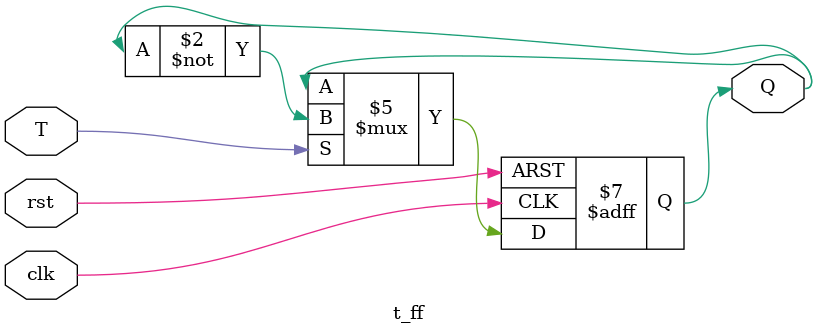
<source format=v>
module t_ff ( 
    input  wire clk, rst, T, 
    output reg Q     
); 
 
  initial begin 
     Q<=1'b0; 
  end 
   
   
  always @(posedge clk or posedge rst) begin 
  
        if (rst) 
            Q <= 1'b0;       // Reset 
        else if (T) 
            Q <= ~Q;         // Toggle if T=1 
        else 
            Q <= Q;          // Hold if T=0 
    end 
endmodule
</source>
